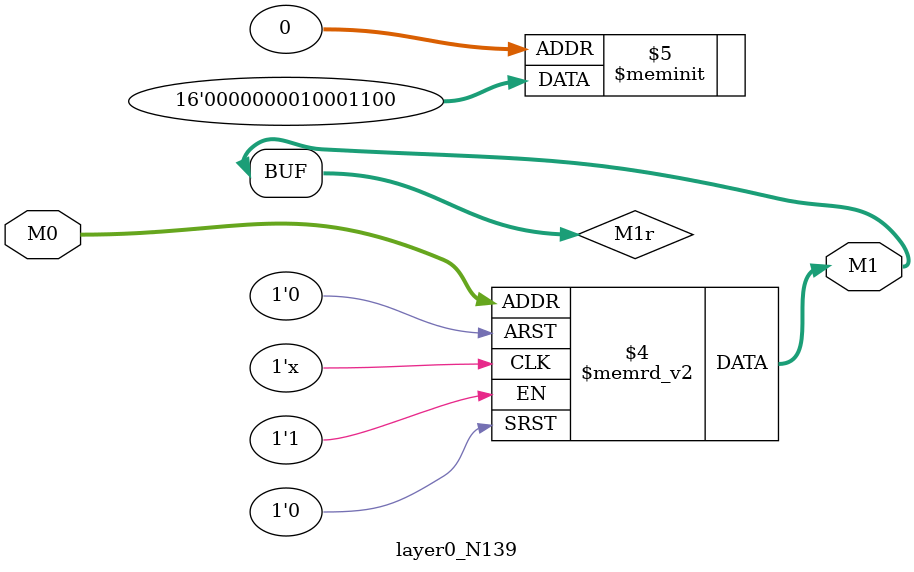
<source format=v>
module layer0_N139 ( input [2:0] M0, output [1:0] M1 );

	(*rom_style = "distributed" *) reg [1:0] M1r;
	assign M1 = M1r;
	always @ (M0) begin
		case (M0)
			3'b000: M1r = 2'b00;
			3'b100: M1r = 2'b00;
			3'b010: M1r = 2'b00;
			3'b110: M1r = 2'b00;
			3'b001: M1r = 2'b11;
			3'b101: M1r = 2'b00;
			3'b011: M1r = 2'b10;
			3'b111: M1r = 2'b00;

		endcase
	end
endmodule

</source>
